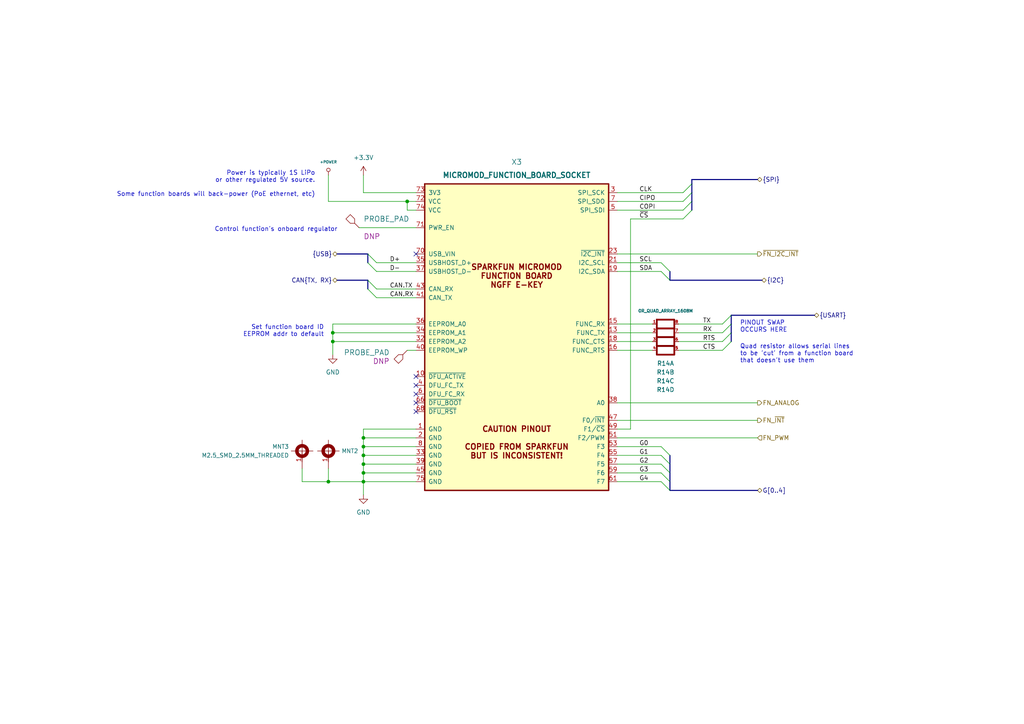
<source format=kicad_sch>
(kicad_sch (version 20230121) (generator eeschema)
  (paper "A4")
  (lib_symbols
    (symbol "appli_connector:M2_SMT_SOCKET_MICROMOD_FN" (pin_names (offset 1.016))
      (property "Reference" "X" (at -5.08 8.89 0))
      (property "Value" "MICROMOD_FUNCTION_BOARD_SOCKET" (at 0 -85.09 0))
      (symbol "M2_SMT_SOCKET_MICROMOD_FN_0_1"
        (rectangle (start -26.67 7.62) (end 26.67 -81.28) (stroke (width 0.4064)) (fill (type background)))
      )
      (symbol "M2_SMT_SOCKET_MICROMOD_FN_1_0"
        (pin passive line (at -29.21 -48.26 0) (length 2.54) (name "~{DFU_ACTIVE}") (number "10"))
        (pin passive line (at 29.21 -35.56 180) (length 2.54) (name "FUNC_TX") (number "13"))
        (pin passive line (at 29.21 -33.02 180) (length 2.54) (name "FUNC_RX") (number "15"))
        (pin passive line (at 29.21 -40.64 180) (length 2.54) (name "FUNC_RTS") (number "16"))
        (pin passive line (at 29.21 -38.1 180) (length 2.54) (name "FUNC_CTS") (number "18"))
        (pin passive line (at 29.21 -17.78 180) (length 2.54) (name "I2C_SDA") (number "19"))
        (pin passive line (at -29.21 -66.04 0) (length 2.54) (name "GND") (number "2"))
        (pin passive line (at 29.21 -15.24 180) (length 2.54) (name "I2C_SCL") (number "21"))
        (pin passive line (at 29.21 -12.7 180) (length 2.54) (name "~{I2C_INT}") (number "23"))
        (pin passive line (at 29.21 5.08 180) (length 2.54) (name "SPI_SCK") (number "3"))
        (pin passive line (at -29.21 -38.1 0) (length 2.54) (name "EEPROM_A2") (number "32"))
        (pin passive line (at -29.21 -71.12 0) (length 2.54) (name "GND") (number "33"))
        (pin passive line (at -29.21 -35.56 0) (length 2.54) (name "EEPROM_A1") (number "34"))
        (pin passive line (at -29.21 -15.24 0) (length 2.54) (name "USBHOST_D+") (number "35"))
        (pin passive line (at -29.21 -33.02 0) (length 2.54) (name "EEPROM_A0") (number "36"))
        (pin passive line (at -29.21 -17.78 0) (length 2.54) (name "USBHOST_D-") (number "37"))
        (pin passive line (at 29.21 -55.88 180) (length 2.54) (name "A0") (number "38"))
        (pin passive line (at -29.21 -73.66 0) (length 2.54) (name "GND") (number "39"))
        (pin passive line (at -29.21 -50.8 0) (length 2.54) (name "DFU_FC_TX") (number "4"))
        (pin passive line (at -29.21 -40.64 0) (length 2.54) (name "EEPROM_WP") (number "40"))
        (pin passive line (at -29.21 -25.4 0) (length 2.54) (name "CAN_TX") (number "41"))
        (pin passive line (at -29.21 -22.86 0) (length 2.54) (name "CAN_RX") (number "43"))
        (pin passive line (at -29.21 -76.2 0) (length 2.54) (name "GND") (number "45"))
        (pin passive line (at 29.21 -60.96 180) (length 2.54) (name "F0/~{INT}") (number "47"))
        (pin passive line (at 29.21 -63.5 180) (length 2.54) (name "F1/~{CS}") (number "49"))
        (pin passive line (at 29.21 0 180) (length 2.54) (name "SPI_SDI") (number "5"))
        (pin passive line (at 29.21 -66.04 180) (length 2.54) (name "F2/PWM") (number "51"))
        (pin passive line (at 29.21 -68.58 180) (length 2.54) (name "F3") (number "53"))
        (pin passive line (at 29.21 -71.12 180) (length 2.54) (name "F4") (number "55"))
        (pin passive line (at 29.21 -73.66 180) (length 2.54) (name "F5") (number "57"))
        (pin passive line (at 29.21 -76.2 180) (length 2.54) (name "F6") (number "59"))
        (pin passive line (at -29.21 -53.34 0) (length 2.54) (name "DFU_FC_RX") (number "6"))
        (pin passive line (at 29.21 -78.74 180) (length 2.54) (name "F7") (number "61"))
        (pin passive line (at -29.21 -55.88 0) (length 2.54) (name "~{DFU_BOOT}") (number "66"))
        (pin passive line (at -29.21 -58.42 0) (length 2.54) (name "~{DFU_RST}") (number "68"))
        (pin passive line (at 29.21 2.54 180) (length 2.54) (name "SPI_SDO") (number "7"))
        (pin passive line (at -29.21 -12.7 0) (length 2.54) (name "USB_VIN") (number "70"))
        (pin passive line (at -29.21 -5.08 0) (length 2.54) (name "PWR_EN") (number "71"))
        (pin passive line (at -29.21 2.54 0) (length 2.54) (name "VCC") (number "72"))
        (pin passive line (at -29.21 5.08 0) (length 2.54) (name "3V3") (number "73"))
        (pin passive line (at -29.21 0 0) (length 2.54) (name "VCC") (number "74"))
        (pin passive line (at -29.21 -78.74 0) (length 2.54) (name "GND") (number "75"))
        (pin passive line (at -29.21 -68.58 0) (length 2.54) (name "GND") (number "8"))
      )
      (symbol "M2_SMT_SOCKET_MICROMOD_FN_1_1"
        (text "CAUTION PINOUT\n\nCOPIED FROM SPARKFUN\nBUT IS INCONSISTENT!" (at 0 -67.31 0) (effects (font (size 1.6 1.6) bold)))
        (text "SPARKFUN MICROMOD\nFUNCTION BOARD\nNGFF E-KEY" (at 0 -19.05 0) (effects (font (size 1.6 1.6) bold)))
        (pin passive line (at -29.21 -63.5 0) (length 2.54) (name "GND") (number "1"))
      )
    )
    (symbol "appli_mount:M2.5_SMD_2.5MM_THREADED" (pin_names (offset 1.016))
      (property "Reference" "MNT" (at 0 8.255 0))
      (property "Value" "M2.5_SMD_2.5MM_THREADED" (at 0 6.35 0))
      (symbol "M2.5_SMD_2.5MM_THREADED_0_1"
        (polyline (pts (xy -3.175 0) (xy 3.175 0)))
        (polyline (pts (xy 0 3.175) (xy 0 -3.175)))
        (circle (center 0 0) (radius 1.524) (stroke (width 1.016)))
      )
      (symbol "M2.5_SMD_2.5MM_THREADED_1_1"
        (pin passive line (at 0 -5.08 90) (length 5.08) (name "~") (number "1"))
      )
    )
    (symbol "appli_power:+3.3V" (power) (pin_names (offset 0))
      (property "Value" "+3.3V" (at 0 3.556 0))
      (symbol "+3.3V_0_1"
        (polyline (pts (xy -0.762 1.27) (xy 0 2.54)))
        (polyline (pts (xy 0 0) (xy 0 2.54)))
        (polyline (pts (xy 0 2.54) (xy 0.762 1.27)))
      )
      (symbol "+3.3V_1_1"
        (pin power_in line (at 0 0 90) (length 0) hide (name "+3.3V") (number "1"))
      )
    )
    (symbol "appli_power:+POWER" (power) (pin_names (offset 0))
      (property "Value" "+POWER" (at 0 2.54 0))
      (symbol "+POWER_0_0"
        (pin power_in line (at 0 0 90) (length 0) hide (name "+POWER") (number "1"))
      )
      (symbol "+POWER_0_1"
        (polyline (pts (xy 0 0) (xy 0 1.016) (xy 0 1.016)))
        (circle (center 0 1.524) (radius 0.508))
      )
    )
    (symbol "appli_power:GND" (power) (pin_names (offset 0))
      (property "Value" "GND" (at 0 -3.81 0))
      (symbol "GND_0_1"
        (polyline (pts (xy 0 0) (xy 0 -1.27) (xy 1.27 -1.27) (xy 0 -2.54) (xy -1.27 -1.27) (xy 0 -1.27)))
      )
      (symbol "GND_1_1"
        (pin power_in line (at 0 0 270) (length 0) hide (name "GND") (number "1"))
      )
    )
    (symbol "appli_resistor:0R_QUAD_ARRAY_1608M" (pin_names (offset 0))
      (property "Reference" "R" (at -3.048 -3.937 90))
      (property "Value" "0R_QUAD_ARRAY_1608M" (at 4.318 -3.429 90))
      (symbol "0R_QUAD_ARRAY_1608M_0_0"
        (rectangle (start 1.27 -1.27) (end -1.27 -6.35) (stroke (width 0.508)))
      )
      (symbol "0R_QUAD_ARRAY_1608M_1_1"
        (pin passive line (at 0 0 270) (length 1.143) (name "~") (number "1"))
        (pin passive line (at 0 -7.62 90) (length 1.143) (name "~") (number "8"))
      )
      (symbol "0R_QUAD_ARRAY_1608M_2_1"
        (pin passive line (at 0 0 270) (length 1.143) (name "~") (number "2"))
        (pin passive line (at 0 -7.62 90) (length 1.143) (name "~") (number "7"))
      )
      (symbol "0R_QUAD_ARRAY_1608M_3_1"
        (pin passive line (at 0 0 270) (length 1.143) (name "~") (number "3"))
        (pin passive line (at 0 -7.62 90) (length 1.143) (name "~") (number "6"))
      )
      (symbol "0R_QUAD_ARRAY_1608M_4_1"
        (pin passive line (at 0 0 270) (length 1.143) (name "~") (number "4"))
        (pin passive line (at 0 -7.62 90) (length 1.143) (name "~") (number "5"))
      )
    )
    (symbol "appli_test_points:PROBE_PAD" (pin_numbers hide) (pin_names (offset 0) hide)
      (property "Value" "PROBE_PAD" (at 0 7.62 0))
      (property "Installed" "DNP" (at 0 5.08 0))
      (symbol "PROBE_PAD_0_1"
        (polyline (pts (xy 0 0) (xy -1.27 1.27)))
        (polyline (pts (xy -1.27 1.27) (xy -2.54 1.27) (xy -3.81 2.54) (xy -2.54 3.81) (xy -1.27 2.54) (xy -1.27 1.27)))
      )
      (symbol "PROBE_PAD_1_1"
        (pin input line (at 0 0 90) (length 0) (name "PAD") (number "1"))
      )
    )
  )
  (bus_alias "USART" (members "TX" "RX" "CTS" "RTS"))
  (bus_alias "UART" (members "RX" "TX"))
  (junction (at 95.25 139.7))
  (junction (at 105.41 134.62))
  (junction (at 96.52 96.52))
  (junction (at 105.41 132.08))
  (junction (at 105.41 127))
  (junction (at 118.11 58.42))
  (junction (at 105.41 139.7))
  (junction (at 96.52 99.06))
  (junction (at 105.41 129.54))
  (junction (at 105.41 137.16))
  (no_connect (at 120.65 111.76))
  (no_connect (at 120.65 109.22))
  (no_connect (at 120.65 116.84))
  (no_connect (at 120.65 114.3))
  (no_connect (at 120.65 119.38))
  (no_connect (at 120.65 73.66))
  (bus_entry (at 191.77 139.7) (size 2.54 2.54))
  (bus_entry (at 191.77 132.08) (size 2.54 2.54))
  (bus_entry (at 198.12 55.88) (size 2.54 -2.54))
  (bus_entry (at 198.12 63.5) (size 2.54 -2.54))
  (bus_entry (at 109.22 86.36) (size -2.54 -2.54))
  (bus_entry (at 209.55 101.6) (size 2.54 -2.54))
  (bus_entry (at 209.55 99.06) (size 2.54 -2.54))
  (bus_entry (at 198.12 60.96) (size 2.54 -2.54))
  (bus_entry (at 198.12 58.42) (size 2.54 -2.54))
  (bus_entry (at 209.55 96.52) (size 2.54 -2.54))
  (bus_entry (at 109.22 78.74) (size -2.54 -2.54))
  (bus_entry (at 191.77 137.16) (size 2.54 2.54))
  (bus_entry (at 191.77 76.2) (size 2.54 2.54))
  (bus_entry (at 191.77 129.54) (size 2.54 2.54))
  (bus_entry (at 109.22 83.82) (size -2.54 -2.54))
  (bus_entry (at 191.77 78.74) (size 2.54 2.54))
  (bus_entry (at 109.22 76.2) (size -2.54 -2.54))
  (bus_entry (at 191.77 134.62) (size 2.54 2.54))
  (bus_entry (at 209.55 93.98) (size 2.54 -2.54))
  (wire (pts (xy 196.85 101.6) (xy 209.55 101.6)))
  (wire (pts (xy 105.41 137.16) (xy 105.41 139.7)))
  (wire (pts (xy 196.85 93.98) (xy 209.55 93.98)))
  (wire (pts (xy 96.52 96.52) (xy 120.65 96.52)))
  (wire (pts (xy 104.14 66.04) (xy 120.65 66.04)))
  (wire (pts (xy 95.25 58.42) (xy 95.25 50.8)))
  (bus (pts (xy 194.31 142.24) (xy 219.71 142.24)))
  (wire (pts (xy 96.52 96.52) (xy 96.52 99.06)))
  (wire (pts (xy 182.88 124.46) (xy 179.07 124.46)))
  (wire (pts (xy 87.63 139.7) (xy 95.25 139.7)))
  (wire (pts (xy 105.41 127) (xy 120.65 127)))
  (wire (pts (xy 105.41 134.62) (xy 120.65 134.62)))
  (wire (pts (xy 179.07 132.08) (xy 191.77 132.08)))
  (wire (pts (xy 179.07 121.92) (xy 219.71 121.92)))
  (bus (pts (xy 212.09 91.44) (xy 236.22 91.44)))
  (wire (pts (xy 196.85 99.06) (xy 209.55 99.06)))
  (bus (pts (xy 194.31 81.28) (xy 220.98 81.28)))
  (wire (pts (xy 179.07 96.52) (xy 189.23 96.52)))
  (wire (pts (xy 105.41 139.7) (xy 120.65 139.7)))
  (wire (pts (xy 179.07 127) (xy 219.71 127)))
  (wire (pts (xy 105.41 132.08) (xy 105.41 134.62)))
  (bus (pts (xy 106.68 76.2) (xy 106.68 73.66)))
  (wire (pts (xy 179.07 129.54) (xy 191.77 129.54)))
  (wire (pts (xy 109.22 76.2) (xy 120.65 76.2)))
  (wire (pts (xy 179.07 73.66) (xy 219.71 73.66)))
  (bus (pts (xy 97.79 81.28) (xy 106.68 81.28)))
  (wire (pts (xy 105.41 129.54) (xy 120.65 129.54)))
  (wire (pts (xy 95.25 139.7) (xy 105.41 139.7)))
  (wire (pts (xy 179.07 101.6) (xy 189.23 101.6)))
  (bus (pts (xy 212.09 99.06) (xy 212.09 96.52)))
  (wire (pts (xy 105.41 124.46) (xy 105.41 127)))
  (wire (pts (xy 118.11 101.6) (xy 120.65 101.6)))
  (wire (pts (xy 179.07 78.74) (xy 191.77 78.74)))
  (bus (pts (xy 194.31 139.7) (xy 194.31 142.24)))
  (wire (pts (xy 179.07 93.98) (xy 189.23 93.98)))
  (bus (pts (xy 106.68 83.82) (xy 106.68 81.28)))
  (wire (pts (xy 198.12 63.5) (xy 182.88 63.5)))
  (wire (pts (xy 105.41 132.08) (xy 120.65 132.08)))
  (wire (pts (xy 182.88 63.5) (xy 182.88 124.46)))
  (wire (pts (xy 120.65 60.96) (xy 118.11 60.96)))
  (bus (pts (xy 200.66 53.34) (xy 200.66 55.88)))
  (wire (pts (xy 96.52 99.06) (xy 120.65 99.06)))
  (bus (pts (xy 194.31 78.74) (xy 194.31 81.28)))
  (bus (pts (xy 200.66 58.42) (xy 200.66 60.96)))
  (wire (pts (xy 196.85 96.52) (xy 209.55 96.52)))
  (wire (pts (xy 120.65 55.88) (xy 105.41 55.88)))
  (bus (pts (xy 194.31 132.08) (xy 194.31 134.62)))
  (wire (pts (xy 118.11 58.42) (xy 120.65 58.42)))
  (wire (pts (xy 179.07 99.06) (xy 189.23 99.06)))
  (wire (pts (xy 179.07 58.42) (xy 198.12 58.42)))
  (wire (pts (xy 179.07 137.16) (xy 191.77 137.16)))
  (wire (pts (xy 179.07 116.84) (xy 219.71 116.84)))
  (wire (pts (xy 105.41 134.62) (xy 105.41 137.16)))
  (wire (pts (xy 105.41 137.16) (xy 120.65 137.16)))
  (wire (pts (xy 105.41 129.54) (xy 105.41 132.08)))
  (wire (pts (xy 96.52 93.98) (xy 96.52 96.52)))
  (wire (pts (xy 179.07 134.62) (xy 191.77 134.62)))
  (wire (pts (xy 95.25 135.89) (xy 95.25 139.7)))
  (wire (pts (xy 179.07 139.7) (xy 191.77 139.7)))
  (wire (pts (xy 87.63 135.89) (xy 87.63 139.7)))
  (bus (pts (xy 212.09 96.52) (xy 212.09 93.98)))
  (bus (pts (xy 194.31 137.16) (xy 194.31 139.7)))
  (wire (pts (xy 179.07 60.96) (xy 198.12 60.96)))
  (wire (pts (xy 109.22 86.36) (xy 120.65 86.36)))
  (bus (pts (xy 194.31 134.62) (xy 194.31 137.16)))
  (wire (pts (xy 109.22 83.82) (xy 120.65 83.82)))
  (wire (pts (xy 105.41 50.8) (xy 105.41 55.88)))
  (wire (pts (xy 179.07 76.2) (xy 191.77 76.2)))
  (wire (pts (xy 96.52 99.06) (xy 96.52 102.87)))
  (wire (pts (xy 109.22 78.74) (xy 120.65 78.74)))
  (wire (pts (xy 118.11 58.42) (xy 95.25 58.42)))
  (wire (pts (xy 120.65 124.46) (xy 105.41 124.46)))
  (wire (pts (xy 105.41 139.7) (xy 105.41 143.51)))
  (bus (pts (xy 200.66 52.07) (xy 200.66 53.34)))
  (bus (pts (xy 97.79 73.66) (xy 106.68 73.66)))
  (bus (pts (xy 200.66 55.88) (xy 200.66 58.42)))
  (bus (pts (xy 200.66 52.07) (xy 219.71 52.07)))
  (wire (pts (xy 96.52 93.98) (xy 120.65 93.98)))
  (wire (pts (xy 118.11 60.96) (xy 118.11 58.42)))
  (wire (pts (xy 179.07 55.88) (xy 198.12 55.88)))
  (bus (pts (xy 212.09 93.98) (xy 212.09 91.44)))
  (wire (pts (xy 105.41 127) (xy 105.41 129.54)))
  (text "PINOUT SWAP\nOCCURS HERE" (at 214.63 96.52 0) (effects (font (size 1.27 1.27)) (justify left bottom)))
  (text "Quad resistor allows serial lines\nto be 'cut' from a function board\nthat doesn't use them" (at 214.63 105.41 0) (effects (font (size 1.27 1.27)) (justify left bottom)))
  (text "Set function board ID\nEEPROM addr to default" (at 93.98 97.79 0) (effects (font (size 1.27 1.27)) (justify right bottom)))
  (text "Control function's onboard regulator" (at 62.23 67.31 0) (effects (font (size 1.27 1.27)) (justify left bottom)))
  (text "Power is typically 1S LiPo\nor other regulated 5V source.\n\nSome function boards will back-power (PoE ethernet, etc)" (at 91.44 57.15 0) (effects (font (size 1.27 1.27)) (justify right bottom)))
  (label "TX" (at 203.835 93.98 0))
  (label "SCL" (at 185.42 76.2 0))
  (label "CIPO" (at 185.42 58.42 0))
  (label "G0" (at 185.42 129.54 0))
  (label "RX" (at 203.835 96.52 0))
  (label "COPI" (at 185.42 60.96 0))
  (label "D-" (at 113.03 78.74 0))
  (label "D+" (at 113.03 76.2 0))
  (label "G1" (at 185.42 132.08 0))
  (label "CTS" (at 203.835 101.6 0))
  (label "CLK" (at 185.42 55.88 0))
  (label "G3" (at 185.42 137.16 0))
  (label "CAN.RX" (at 113.03 86.36 0))
  (label "CAN.TX" (at 113.03 83.82 0))
  (label "G2" (at 185.42 134.62 0))
  (label "SDA" (at 185.42 78.74 0))
  (label "RTS" (at 203.835 99.06 0))
  (label "~{CS}" (at 185.42 63.5 0))
  (label "G4" (at 185.42 139.7 0))
  (hierarchical_label "{USART}" (shape bidirectional) (at 236.22 91.44 0))
  (hierarchical_label "FN_~{INT}" (shape output) (at 219.71 121.92 0))
  (hierarchical_label "G[0..4]" (shape bidirectional) (at 219.71 142.24 0))
  (hierarchical_label "{I2C}" (shape bidirectional) (at 220.98 81.28 0))
  (hierarchical_label "{USB}" (shape bidirectional) (at 97.79 73.66 180))
  (hierarchical_label "{SPI}" (shape bidirectional) (at 219.71 52.07 0))
  (hierarchical_label "FN_ANALOG" (shape output) (at 219.71 116.84 0))
  (hierarchical_label "~{FN_I2C_INT}" (shape output) (at 219.71 73.66 0))
  (hierarchical_label "CAN{TX, RX}" (shape bidirectional) (at 97.79 81.28 180))
  (hierarchical_label "FN_PWM" (shape input) (at 219.71 127 0))
  (symbol (lib_id "appli_mount:M2.5_SMD_2.5MM_THREADED") (at 87.63 130.81 0) (mirror y) (unit 1)
    (property "Reference" "MNT3" (at 83.82 129.54 0) (effects (font (size 1.1938 1.1938)) (justify left)))
    (property "Value" "M2.5_SMD_2.5MM_THREADED" (at 83.82 132.08 0) (effects (font (size 1.1938 1.1938)) (justify left)))
    (property "Footprint" "Applidyne_Mount:9774025151R" (effects hide))
    (property "Datasheet" "https://www.we-online.com/components/products/datasheet/9774025151R.pdf" (effects hide))
    (property "manf" "WURTH ELECTRONIK" (effects hide))
    (property "manf#" "9774025151R" (effects hide))
    (property "Supplier" "DigiKey" (effects hide))
    (property "Supplier Part No" "732-7078-1-ND" (effects hide))
    (property "Supplier URL" "https://www.digikey.com/en/products/detail/w%C3%BCrth-elektronik/9774025151R/5320621" (effects hide))
    (property "Supplier Price" "1.50" (effects hide))
    (property "Supplier Price Break" "100" (effects hide))
    (instances (project "backplane" (path "" (reference "MNT3") (unit 1)) (path "" (reference "MNT2") (unit 1))))
  )
  (symbol (lib_id "appli_mount:M2.5_SMD_2.5MM_THREADED") (at 95.25 130.81 0) (unit 1)
    (property "Reference" "MNT2" (at 99.06 130.81 0) (effects (font (size 1.1938 1.1938)) (justify left)))
    (property "Value" "M2.5_SMD_2.5MM_THREADED" (effects hide))
    (property "Footprint" "Applidyne_Mount:9774025151R" (effects hide))
    (property "Datasheet" "https://www.we-online.com/components/products/datasheet/9774025151R.pdf" (effects hide))
    (property "manf" "WURTH ELECTRONIK" (effects hide))
    (property "manf#" "9774025151R" (effects hide))
    (property "Supplier" "DigiKey" (effects hide))
    (property "Supplier Part No" "732-7078-1-ND" (effects hide))
    (property "Supplier URL" "https://www.digikey.com/en/products/detail/w%C3%BCrth-elektronik/9774025151R/5320621" (effects hide))
    (property "Supplier Price" "1.50" (effects hide))
    (property "Supplier Price Break" "100" (effects hide))
    (instances (project "backplane" (path "" (reference "MNT2") (unit 1)) (path "" (reference "MNT3") (unit 1))))
  )
  (symbol (lib_id "appli_power:GND") (at 105.41 143.51 0) (unit 1)
    (property "Reference" "#PWR022" (effects hide))
    (property "Value" "GND" (at 105.41 148.59 0))
  )
  (symbol (lib_id "appli_test_points:PROBE_PAD") (at 104.14 66.04 0) (unit 1)
    (property "Reference" "TEST1" (effects hide))
    (property "Value" "PROBE_PAD" (at 105.41 63.5 0) (effects (font (size 1.524 1.524)) (justify left)))
    (property "Footprint" "Applidyne_Test:TP200" (effects hide))
    (property "manf" "N/A" (effects hide))
    (property "manf#" "N/A" (effects hide))
    (property "Supplier" "N/A" (effects hide))
    (property "Supplier URL" "#" (effects hide))
    (property "Supplier Price" "0" (effects hide))
    (property "Supplier Price Break" "0" (effects hide))
    (property "Installed" "DNP" (at 105.41 68.58 0) (effects (font (size 1.524 1.524)) (justify left)))
  )
  (symbol (lib_id "appli_power:GND") (at 96.52 102.87 0) (unit 1)
    (property "Reference" "#PWR021" (effects hide))
    (property "Value" "GND" (at 96.52 107.95 0))
  )
  (symbol (lib_id "appli_power:+3.3V") (at 105.41 50.8 0) (unit 1)
    (property "Reference" "#PWR032" (effects hide))
    (property "Value" "+3.3V" (at 105.41 45.72 0))
  )
  (symbol (lib_id "appli_power:+POWER") (at 95.25 50.8 0) (unit 1)
    (property "Reference" "#PWR046" (effects hide))
    (property "Value" "+POWER" (at 95.25 46.99 0) (effects (font (size 0.762 0.762))))
  )
  (symbol (lib_id "appli_test_points:PROBE_PAD") (at 118.11 101.6 0) (mirror x) (unit 1)
    (property "Reference" "TEST2" (effects hide))
    (property "Value" "PROBE_PAD" (at 113.03 102.235 0) (effects (font (size 1.524 1.524)) (justify right)))
    (property "Footprint" "Applidyne_Test:TP200" (effects hide))
    (property "manf" "N/A" (effects hide))
    (property "manf#" "N/A" (effects hide))
    (property "Supplier" "N/A" (effects hide))
    (property "Supplier URL" "#" (effects hide))
    (property "Supplier Price" "0" (effects hide))
    (property "Supplier Price Break" "0" (effects hide))
    (property "Installed" "DNP" (at 113.03 104.775 0) (effects (font (size 1.524 1.524)) (justify right)))
  )
  (symbol (lib_id "appli_resistor:0R_QUAD_ARRAY_1608M") (at 189.23 99.06 90) (unit 3)
    (property "Reference" "R14" (at 193.04 110.49 90))
    (property "Value" "0R_QUAD_ARRAY_1608M" (effects hide))
    (property "Footprint" "Applidyne_Resistor:R_Array_Concave_4x1608M" (effects hide))
    (property "Datasheet" "http://www.farnell.com/datasheets/2085571.pdf" (effects hide))
    (property "manf" "PANASONIC" (effects hide))
    (property "manf#" "EXB38VR000V" (effects hide))
    (property "Supplier" "Element14" (effects hide))
    (property "Supplier Part No" "2060083" (effects hide))
    (property "Supplier URL" "http://au.element14.com/panasonic-electronic-components/exb38vr000v/resistance-0ohm/dp/2060083" (effects hide))
    (property "Supplier Price" "0.0891" (effects hide))
    (property "Supplier Price Break" "1" (effects hide))
  )
  (symbol (lib_id "appli_connector:M2_SMT_SOCKET_MICROMOD_FN") (at 149.86 60.96 0) (unit 1)
    (property "Reference" "X3" (at 149.86 46.99 0) (effects (font (size 1.524 1.524))))
    (property "Value" "MICROMOD_FUNCTION_BOARD_SOCKET" (at 149.86 50.8 0) (effects (font (size 1.524 1.524) bold)))
    (property "Footprint" "Applidyne_Connector_TE_Connectivity:TE_2199230-4" (effects hide))
    (property "Datasheet" "https://www.te.com/usa-en/product-2199230-4.datasheet.pdf" (effects hide))
    (property "manf" "TE CONNECTIVITY" (effects hide))
    (property "manf#" "2199230-4" (effects hide))
    (property "Supplier" "Digi-Key" (effects hide))
    (property "Supplier Part No" "A115904CT-ND" (effects hide))
    (property "Supplier URL" "https://www.digikey.com.au/en/products/detail/te-connectivity-amp-connectors/2199230-4/4208915" (effects hide))
    (property "Supplier Price" "2.5" (effects hide))
    (property "Supplier Price Break " "10" (effects hide))
  )
  (symbol (lib_id "appli_resistor:0R_QUAD_ARRAY_1608M") (at 189.23 96.52 90) (unit 2)
    (property "Reference" "R14" (at 193.04 107.95 90))
    (property "Value" "0R_QUAD_ARRAY_1608M" (effects hide))
    (property "Footprint" "Applidyne_Resistor:R_Array_Concave_4x1608M" (effects hide))
    (property "Datasheet" "http://www.farnell.com/datasheets/2085571.pdf" (effects hide))
    (property "manf" "PANASONIC" (effects hide))
    (property "manf#" "EXB38VR000V" (effects hide))
    (property "Supplier" "Element14" (effects hide))
    (property "Supplier Part No" "2060083" (effects hide))
    (property "Supplier URL" "http://au.element14.com/panasonic-electronic-components/exb38vr000v/resistance-0ohm/dp/2060083" (effects hide))
    (property "Supplier Price" "0.0891" (effects hide))
    (property "Supplier Price Break" "1" (effects hide))
  )
  (symbol (lib_id "appli_resistor:0R_QUAD_ARRAY_1608M") (at 189.23 93.98 90) (unit 1)
    (property "Reference" "R14" (at 193.04 105.41 90))
    (property "Value" "0R_QUAD_ARRAY_1608M" (at 193.04 90.17 90) (effects (font (size 0.889 0.889))))
    (property "Footprint" "Applidyne_Resistor:R_Array_Concave_4x1608M" (effects hide))
    (property "Datasheet" "http://www.farnell.com/datasheets/2085571.pdf" (effects hide))
    (property "manf" "PANASONIC" (effects hide))
    (property "manf#" "EXB38VR000V" (effects hide))
    (property "Supplier" "Element14" (effects hide))
    (property "Supplier Part No" "2060083" (effects hide))
    (property "Supplier URL" "http://au.element14.com/panasonic-electronic-components/exb38vr000v/resistance-0ohm/dp/2060083" (effects hide))
    (property "Supplier Price" "0.0891" (effects hide))
    (property "Supplier Price Break" "1" (effects hide))
  )
  (symbol (lib_id "appli_resistor:0R_QUAD_ARRAY_1608M") (at 189.23 101.6 90) (unit 4)
    (property "Reference" "R14" (at 193.04 113.03 90))
    (property "Value" "0R_QUAD_ARRAY_1608M" (effects hide))
    (property "Footprint" "Applidyne_Resistor:R_Array_Concave_4x1608M" (effects hide))
    (property "Datasheet" "http://www.farnell.com/datasheets/2085571.pdf" (effects hide))
    (property "manf" "PANASONIC" (effects hide))
    (property "manf#" "EXB38VR000V" (effects hide))
    (property "Supplier" "Element14" (effects hide))
    (property "Supplier Part No" "2060083" (effects hide))
    (property "Supplier URL" "http://au.element14.com/panasonic-electronic-components/exb38vr000v/resistance-0ohm/dp/2060083" (effects hide))
    (property "Supplier Price" "0.0891" (effects hide))
    (property "Supplier Price Break" "1" (effects hide))
  )
)
</source>
